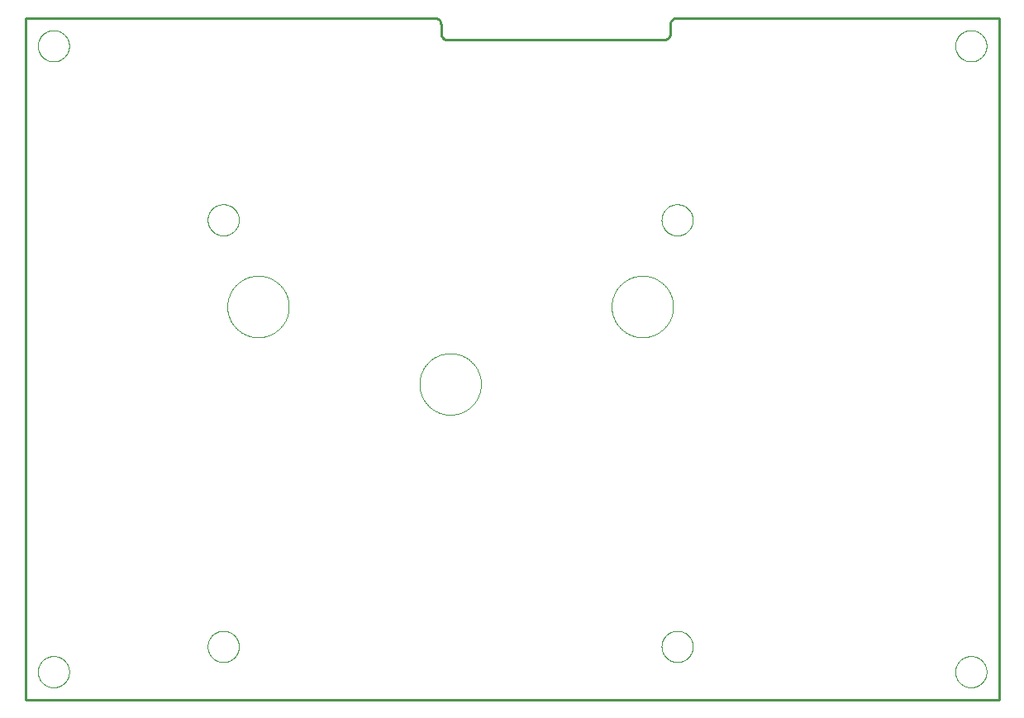
<source format=gko>
G75*
%MOIN*%
%OFA0B0*%
%FSLAX25Y25*%
%IPPOS*%
%LPD*%
%AMOC8*
5,1,8,0,0,1.08239X$1,22.5*
%
%ADD10C,0.01000*%
%ADD11C,0.00000*%
D10*
X0003500Y0004750D02*
X0003500Y0279750D01*
X0168500Y0279750D01*
X0168598Y0279748D01*
X0168696Y0279742D01*
X0168794Y0279733D01*
X0168891Y0279719D01*
X0168988Y0279702D01*
X0169084Y0279681D01*
X0169179Y0279656D01*
X0169273Y0279628D01*
X0169365Y0279595D01*
X0169457Y0279560D01*
X0169547Y0279520D01*
X0169635Y0279478D01*
X0169722Y0279431D01*
X0169806Y0279382D01*
X0169889Y0279329D01*
X0169969Y0279273D01*
X0170048Y0279213D01*
X0170124Y0279151D01*
X0170197Y0279086D01*
X0170268Y0279018D01*
X0170336Y0278947D01*
X0170401Y0278874D01*
X0170463Y0278798D01*
X0170523Y0278719D01*
X0170579Y0278639D01*
X0170632Y0278556D01*
X0170681Y0278472D01*
X0170728Y0278385D01*
X0170770Y0278297D01*
X0170810Y0278207D01*
X0170845Y0278115D01*
X0170878Y0278023D01*
X0170906Y0277929D01*
X0170931Y0277834D01*
X0170952Y0277738D01*
X0170969Y0277641D01*
X0170983Y0277544D01*
X0170992Y0277446D01*
X0170998Y0277348D01*
X0171000Y0277250D01*
X0171000Y0273500D01*
X0171002Y0273402D01*
X0171008Y0273304D01*
X0171017Y0273206D01*
X0171031Y0273109D01*
X0171048Y0273012D01*
X0171069Y0272916D01*
X0171094Y0272821D01*
X0171122Y0272727D01*
X0171155Y0272635D01*
X0171190Y0272543D01*
X0171230Y0272453D01*
X0171272Y0272365D01*
X0171319Y0272278D01*
X0171368Y0272194D01*
X0171421Y0272111D01*
X0171477Y0272031D01*
X0171537Y0271952D01*
X0171599Y0271876D01*
X0171664Y0271803D01*
X0171732Y0271732D01*
X0171803Y0271664D01*
X0171876Y0271599D01*
X0171952Y0271537D01*
X0172031Y0271477D01*
X0172111Y0271421D01*
X0172194Y0271368D01*
X0172278Y0271319D01*
X0172365Y0271272D01*
X0172453Y0271230D01*
X0172543Y0271190D01*
X0172635Y0271155D01*
X0172727Y0271122D01*
X0172821Y0271094D01*
X0172916Y0271069D01*
X0173012Y0271048D01*
X0173109Y0271031D01*
X0173206Y0271017D01*
X0173304Y0271008D01*
X0173402Y0271002D01*
X0173500Y0271000D01*
X0261000Y0271000D01*
X0261098Y0271002D01*
X0261196Y0271008D01*
X0261294Y0271017D01*
X0261391Y0271031D01*
X0261488Y0271048D01*
X0261584Y0271069D01*
X0261679Y0271094D01*
X0261773Y0271122D01*
X0261865Y0271155D01*
X0261957Y0271190D01*
X0262047Y0271230D01*
X0262135Y0271272D01*
X0262222Y0271319D01*
X0262306Y0271368D01*
X0262389Y0271421D01*
X0262469Y0271477D01*
X0262548Y0271537D01*
X0262624Y0271599D01*
X0262697Y0271664D01*
X0262768Y0271732D01*
X0262836Y0271803D01*
X0262901Y0271876D01*
X0262963Y0271952D01*
X0263023Y0272031D01*
X0263079Y0272111D01*
X0263132Y0272194D01*
X0263181Y0272278D01*
X0263228Y0272365D01*
X0263270Y0272453D01*
X0263310Y0272543D01*
X0263345Y0272635D01*
X0263378Y0272727D01*
X0263406Y0272821D01*
X0263431Y0272916D01*
X0263452Y0273012D01*
X0263469Y0273109D01*
X0263483Y0273206D01*
X0263492Y0273304D01*
X0263498Y0273402D01*
X0263500Y0273500D01*
X0263500Y0277250D01*
X0263502Y0277348D01*
X0263508Y0277446D01*
X0263517Y0277544D01*
X0263531Y0277641D01*
X0263548Y0277738D01*
X0263569Y0277834D01*
X0263594Y0277929D01*
X0263622Y0278023D01*
X0263655Y0278115D01*
X0263690Y0278207D01*
X0263730Y0278297D01*
X0263772Y0278385D01*
X0263819Y0278472D01*
X0263868Y0278556D01*
X0263921Y0278639D01*
X0263977Y0278719D01*
X0264037Y0278798D01*
X0264099Y0278874D01*
X0264164Y0278947D01*
X0264232Y0279018D01*
X0264303Y0279086D01*
X0264376Y0279151D01*
X0264452Y0279213D01*
X0264531Y0279273D01*
X0264611Y0279329D01*
X0264694Y0279382D01*
X0264778Y0279431D01*
X0264865Y0279478D01*
X0264953Y0279520D01*
X0265043Y0279560D01*
X0265135Y0279595D01*
X0265227Y0279628D01*
X0265321Y0279656D01*
X0265416Y0279681D01*
X0265512Y0279702D01*
X0265609Y0279719D01*
X0265706Y0279733D01*
X0265804Y0279742D01*
X0265902Y0279748D01*
X0266000Y0279750D01*
X0396000Y0279750D01*
X0396000Y0004750D01*
X0003500Y0004750D01*
D11*
X0008451Y0016000D02*
X0008453Y0016158D01*
X0008459Y0016316D01*
X0008469Y0016474D01*
X0008483Y0016632D01*
X0008501Y0016789D01*
X0008522Y0016946D01*
X0008548Y0017102D01*
X0008578Y0017258D01*
X0008611Y0017413D01*
X0008649Y0017566D01*
X0008690Y0017719D01*
X0008735Y0017871D01*
X0008784Y0018022D01*
X0008837Y0018171D01*
X0008893Y0018319D01*
X0008953Y0018465D01*
X0009017Y0018610D01*
X0009085Y0018753D01*
X0009156Y0018895D01*
X0009230Y0019035D01*
X0009308Y0019172D01*
X0009390Y0019308D01*
X0009474Y0019442D01*
X0009563Y0019573D01*
X0009654Y0019702D01*
X0009749Y0019829D01*
X0009846Y0019954D01*
X0009947Y0020076D01*
X0010051Y0020195D01*
X0010158Y0020312D01*
X0010268Y0020426D01*
X0010381Y0020537D01*
X0010496Y0020646D01*
X0010614Y0020751D01*
X0010735Y0020853D01*
X0010858Y0020953D01*
X0010984Y0021049D01*
X0011112Y0021142D01*
X0011242Y0021232D01*
X0011375Y0021318D01*
X0011510Y0021402D01*
X0011646Y0021481D01*
X0011785Y0021558D01*
X0011926Y0021630D01*
X0012068Y0021700D01*
X0012212Y0021765D01*
X0012358Y0021827D01*
X0012505Y0021885D01*
X0012654Y0021940D01*
X0012804Y0021991D01*
X0012955Y0022038D01*
X0013107Y0022081D01*
X0013260Y0022120D01*
X0013415Y0022156D01*
X0013570Y0022187D01*
X0013726Y0022215D01*
X0013882Y0022239D01*
X0014039Y0022259D01*
X0014197Y0022275D01*
X0014354Y0022287D01*
X0014513Y0022295D01*
X0014671Y0022299D01*
X0014829Y0022299D01*
X0014987Y0022295D01*
X0015146Y0022287D01*
X0015303Y0022275D01*
X0015461Y0022259D01*
X0015618Y0022239D01*
X0015774Y0022215D01*
X0015930Y0022187D01*
X0016085Y0022156D01*
X0016240Y0022120D01*
X0016393Y0022081D01*
X0016545Y0022038D01*
X0016696Y0021991D01*
X0016846Y0021940D01*
X0016995Y0021885D01*
X0017142Y0021827D01*
X0017288Y0021765D01*
X0017432Y0021700D01*
X0017574Y0021630D01*
X0017715Y0021558D01*
X0017854Y0021481D01*
X0017990Y0021402D01*
X0018125Y0021318D01*
X0018258Y0021232D01*
X0018388Y0021142D01*
X0018516Y0021049D01*
X0018642Y0020953D01*
X0018765Y0020853D01*
X0018886Y0020751D01*
X0019004Y0020646D01*
X0019119Y0020537D01*
X0019232Y0020426D01*
X0019342Y0020312D01*
X0019449Y0020195D01*
X0019553Y0020076D01*
X0019654Y0019954D01*
X0019751Y0019829D01*
X0019846Y0019702D01*
X0019937Y0019573D01*
X0020026Y0019442D01*
X0020110Y0019308D01*
X0020192Y0019172D01*
X0020270Y0019035D01*
X0020344Y0018895D01*
X0020415Y0018753D01*
X0020483Y0018610D01*
X0020547Y0018465D01*
X0020607Y0018319D01*
X0020663Y0018171D01*
X0020716Y0018022D01*
X0020765Y0017871D01*
X0020810Y0017719D01*
X0020851Y0017566D01*
X0020889Y0017413D01*
X0020922Y0017258D01*
X0020952Y0017102D01*
X0020978Y0016946D01*
X0020999Y0016789D01*
X0021017Y0016632D01*
X0021031Y0016474D01*
X0021041Y0016316D01*
X0021047Y0016158D01*
X0021049Y0016000D01*
X0021047Y0015842D01*
X0021041Y0015684D01*
X0021031Y0015526D01*
X0021017Y0015368D01*
X0020999Y0015211D01*
X0020978Y0015054D01*
X0020952Y0014898D01*
X0020922Y0014742D01*
X0020889Y0014587D01*
X0020851Y0014434D01*
X0020810Y0014281D01*
X0020765Y0014129D01*
X0020716Y0013978D01*
X0020663Y0013829D01*
X0020607Y0013681D01*
X0020547Y0013535D01*
X0020483Y0013390D01*
X0020415Y0013247D01*
X0020344Y0013105D01*
X0020270Y0012965D01*
X0020192Y0012828D01*
X0020110Y0012692D01*
X0020026Y0012558D01*
X0019937Y0012427D01*
X0019846Y0012298D01*
X0019751Y0012171D01*
X0019654Y0012046D01*
X0019553Y0011924D01*
X0019449Y0011805D01*
X0019342Y0011688D01*
X0019232Y0011574D01*
X0019119Y0011463D01*
X0019004Y0011354D01*
X0018886Y0011249D01*
X0018765Y0011147D01*
X0018642Y0011047D01*
X0018516Y0010951D01*
X0018388Y0010858D01*
X0018258Y0010768D01*
X0018125Y0010682D01*
X0017990Y0010598D01*
X0017854Y0010519D01*
X0017715Y0010442D01*
X0017574Y0010370D01*
X0017432Y0010300D01*
X0017288Y0010235D01*
X0017142Y0010173D01*
X0016995Y0010115D01*
X0016846Y0010060D01*
X0016696Y0010009D01*
X0016545Y0009962D01*
X0016393Y0009919D01*
X0016240Y0009880D01*
X0016085Y0009844D01*
X0015930Y0009813D01*
X0015774Y0009785D01*
X0015618Y0009761D01*
X0015461Y0009741D01*
X0015303Y0009725D01*
X0015146Y0009713D01*
X0014987Y0009705D01*
X0014829Y0009701D01*
X0014671Y0009701D01*
X0014513Y0009705D01*
X0014354Y0009713D01*
X0014197Y0009725D01*
X0014039Y0009741D01*
X0013882Y0009761D01*
X0013726Y0009785D01*
X0013570Y0009813D01*
X0013415Y0009844D01*
X0013260Y0009880D01*
X0013107Y0009919D01*
X0012955Y0009962D01*
X0012804Y0010009D01*
X0012654Y0010060D01*
X0012505Y0010115D01*
X0012358Y0010173D01*
X0012212Y0010235D01*
X0012068Y0010300D01*
X0011926Y0010370D01*
X0011785Y0010442D01*
X0011646Y0010519D01*
X0011510Y0010598D01*
X0011375Y0010682D01*
X0011242Y0010768D01*
X0011112Y0010858D01*
X0010984Y0010951D01*
X0010858Y0011047D01*
X0010735Y0011147D01*
X0010614Y0011249D01*
X0010496Y0011354D01*
X0010381Y0011463D01*
X0010268Y0011574D01*
X0010158Y0011688D01*
X0010051Y0011805D01*
X0009947Y0011924D01*
X0009846Y0012046D01*
X0009749Y0012171D01*
X0009654Y0012298D01*
X0009563Y0012427D01*
X0009474Y0012558D01*
X0009390Y0012692D01*
X0009308Y0012828D01*
X0009230Y0012965D01*
X0009156Y0013105D01*
X0009085Y0013247D01*
X0009017Y0013390D01*
X0008953Y0013535D01*
X0008893Y0013681D01*
X0008837Y0013829D01*
X0008784Y0013978D01*
X0008735Y0014129D01*
X0008690Y0014281D01*
X0008649Y0014434D01*
X0008611Y0014587D01*
X0008578Y0014742D01*
X0008548Y0014898D01*
X0008522Y0015054D01*
X0008501Y0015211D01*
X0008483Y0015368D01*
X0008469Y0015526D01*
X0008459Y0015684D01*
X0008453Y0015842D01*
X0008451Y0016000D01*
X0076916Y0026207D02*
X0076918Y0026365D01*
X0076924Y0026523D01*
X0076934Y0026681D01*
X0076948Y0026839D01*
X0076966Y0026996D01*
X0076987Y0027153D01*
X0077013Y0027309D01*
X0077043Y0027465D01*
X0077076Y0027620D01*
X0077114Y0027773D01*
X0077155Y0027926D01*
X0077200Y0028078D01*
X0077249Y0028229D01*
X0077302Y0028378D01*
X0077358Y0028526D01*
X0077418Y0028672D01*
X0077482Y0028817D01*
X0077550Y0028960D01*
X0077621Y0029102D01*
X0077695Y0029242D01*
X0077773Y0029379D01*
X0077855Y0029515D01*
X0077939Y0029649D01*
X0078028Y0029780D01*
X0078119Y0029909D01*
X0078214Y0030036D01*
X0078311Y0030161D01*
X0078412Y0030283D01*
X0078516Y0030402D01*
X0078623Y0030519D01*
X0078733Y0030633D01*
X0078846Y0030744D01*
X0078961Y0030853D01*
X0079079Y0030958D01*
X0079200Y0031060D01*
X0079323Y0031160D01*
X0079449Y0031256D01*
X0079577Y0031349D01*
X0079707Y0031439D01*
X0079840Y0031525D01*
X0079975Y0031609D01*
X0080111Y0031688D01*
X0080250Y0031765D01*
X0080391Y0031837D01*
X0080533Y0031907D01*
X0080677Y0031972D01*
X0080823Y0032034D01*
X0080970Y0032092D01*
X0081119Y0032147D01*
X0081269Y0032198D01*
X0081420Y0032245D01*
X0081572Y0032288D01*
X0081725Y0032327D01*
X0081880Y0032363D01*
X0082035Y0032394D01*
X0082191Y0032422D01*
X0082347Y0032446D01*
X0082504Y0032466D01*
X0082662Y0032482D01*
X0082819Y0032494D01*
X0082978Y0032502D01*
X0083136Y0032506D01*
X0083294Y0032506D01*
X0083452Y0032502D01*
X0083611Y0032494D01*
X0083768Y0032482D01*
X0083926Y0032466D01*
X0084083Y0032446D01*
X0084239Y0032422D01*
X0084395Y0032394D01*
X0084550Y0032363D01*
X0084705Y0032327D01*
X0084858Y0032288D01*
X0085010Y0032245D01*
X0085161Y0032198D01*
X0085311Y0032147D01*
X0085460Y0032092D01*
X0085607Y0032034D01*
X0085753Y0031972D01*
X0085897Y0031907D01*
X0086039Y0031837D01*
X0086180Y0031765D01*
X0086319Y0031688D01*
X0086455Y0031609D01*
X0086590Y0031525D01*
X0086723Y0031439D01*
X0086853Y0031349D01*
X0086981Y0031256D01*
X0087107Y0031160D01*
X0087230Y0031060D01*
X0087351Y0030958D01*
X0087469Y0030853D01*
X0087584Y0030744D01*
X0087697Y0030633D01*
X0087807Y0030519D01*
X0087914Y0030402D01*
X0088018Y0030283D01*
X0088119Y0030161D01*
X0088216Y0030036D01*
X0088311Y0029909D01*
X0088402Y0029780D01*
X0088491Y0029649D01*
X0088575Y0029515D01*
X0088657Y0029379D01*
X0088735Y0029242D01*
X0088809Y0029102D01*
X0088880Y0028960D01*
X0088948Y0028817D01*
X0089012Y0028672D01*
X0089072Y0028526D01*
X0089128Y0028378D01*
X0089181Y0028229D01*
X0089230Y0028078D01*
X0089275Y0027926D01*
X0089316Y0027773D01*
X0089354Y0027620D01*
X0089387Y0027465D01*
X0089417Y0027309D01*
X0089443Y0027153D01*
X0089464Y0026996D01*
X0089482Y0026839D01*
X0089496Y0026681D01*
X0089506Y0026523D01*
X0089512Y0026365D01*
X0089514Y0026207D01*
X0089512Y0026049D01*
X0089506Y0025891D01*
X0089496Y0025733D01*
X0089482Y0025575D01*
X0089464Y0025418D01*
X0089443Y0025261D01*
X0089417Y0025105D01*
X0089387Y0024949D01*
X0089354Y0024794D01*
X0089316Y0024641D01*
X0089275Y0024488D01*
X0089230Y0024336D01*
X0089181Y0024185D01*
X0089128Y0024036D01*
X0089072Y0023888D01*
X0089012Y0023742D01*
X0088948Y0023597D01*
X0088880Y0023454D01*
X0088809Y0023312D01*
X0088735Y0023172D01*
X0088657Y0023035D01*
X0088575Y0022899D01*
X0088491Y0022765D01*
X0088402Y0022634D01*
X0088311Y0022505D01*
X0088216Y0022378D01*
X0088119Y0022253D01*
X0088018Y0022131D01*
X0087914Y0022012D01*
X0087807Y0021895D01*
X0087697Y0021781D01*
X0087584Y0021670D01*
X0087469Y0021561D01*
X0087351Y0021456D01*
X0087230Y0021354D01*
X0087107Y0021254D01*
X0086981Y0021158D01*
X0086853Y0021065D01*
X0086723Y0020975D01*
X0086590Y0020889D01*
X0086455Y0020805D01*
X0086319Y0020726D01*
X0086180Y0020649D01*
X0086039Y0020577D01*
X0085897Y0020507D01*
X0085753Y0020442D01*
X0085607Y0020380D01*
X0085460Y0020322D01*
X0085311Y0020267D01*
X0085161Y0020216D01*
X0085010Y0020169D01*
X0084858Y0020126D01*
X0084705Y0020087D01*
X0084550Y0020051D01*
X0084395Y0020020D01*
X0084239Y0019992D01*
X0084083Y0019968D01*
X0083926Y0019948D01*
X0083768Y0019932D01*
X0083611Y0019920D01*
X0083452Y0019912D01*
X0083294Y0019908D01*
X0083136Y0019908D01*
X0082978Y0019912D01*
X0082819Y0019920D01*
X0082662Y0019932D01*
X0082504Y0019948D01*
X0082347Y0019968D01*
X0082191Y0019992D01*
X0082035Y0020020D01*
X0081880Y0020051D01*
X0081725Y0020087D01*
X0081572Y0020126D01*
X0081420Y0020169D01*
X0081269Y0020216D01*
X0081119Y0020267D01*
X0080970Y0020322D01*
X0080823Y0020380D01*
X0080677Y0020442D01*
X0080533Y0020507D01*
X0080391Y0020577D01*
X0080250Y0020649D01*
X0080111Y0020726D01*
X0079975Y0020805D01*
X0079840Y0020889D01*
X0079707Y0020975D01*
X0079577Y0021065D01*
X0079449Y0021158D01*
X0079323Y0021254D01*
X0079200Y0021354D01*
X0079079Y0021456D01*
X0078961Y0021561D01*
X0078846Y0021670D01*
X0078733Y0021781D01*
X0078623Y0021895D01*
X0078516Y0022012D01*
X0078412Y0022131D01*
X0078311Y0022253D01*
X0078214Y0022378D01*
X0078119Y0022505D01*
X0078028Y0022634D01*
X0077939Y0022765D01*
X0077855Y0022899D01*
X0077773Y0023035D01*
X0077695Y0023172D01*
X0077621Y0023312D01*
X0077550Y0023454D01*
X0077482Y0023597D01*
X0077418Y0023742D01*
X0077358Y0023888D01*
X0077302Y0024036D01*
X0077249Y0024185D01*
X0077200Y0024336D01*
X0077155Y0024488D01*
X0077114Y0024641D01*
X0077076Y0024794D01*
X0077043Y0024949D01*
X0077013Y0025105D01*
X0076987Y0025261D01*
X0076966Y0025418D01*
X0076948Y0025575D01*
X0076934Y0025733D01*
X0076924Y0025891D01*
X0076918Y0026049D01*
X0076916Y0026207D01*
X0162348Y0132073D02*
X0162352Y0132377D01*
X0162363Y0132682D01*
X0162382Y0132985D01*
X0162408Y0133289D01*
X0162441Y0133591D01*
X0162482Y0133893D01*
X0162531Y0134193D01*
X0162586Y0134493D01*
X0162649Y0134790D01*
X0162720Y0135086D01*
X0162797Y0135381D01*
X0162882Y0135673D01*
X0162974Y0135963D01*
X0163073Y0136251D01*
X0163179Y0136536D01*
X0163292Y0136819D01*
X0163412Y0137099D01*
X0163539Y0137376D01*
X0163672Y0137649D01*
X0163812Y0137919D01*
X0163959Y0138186D01*
X0164112Y0138449D01*
X0164272Y0138708D01*
X0164438Y0138963D01*
X0164610Y0139214D01*
X0164789Y0139461D01*
X0164973Y0139703D01*
X0165163Y0139941D01*
X0165359Y0140174D01*
X0165561Y0140402D01*
X0165768Y0140625D01*
X0165980Y0140843D01*
X0166198Y0141055D01*
X0166421Y0141262D01*
X0166649Y0141464D01*
X0166882Y0141660D01*
X0167120Y0141850D01*
X0167362Y0142034D01*
X0167609Y0142213D01*
X0167860Y0142385D01*
X0168115Y0142551D01*
X0168374Y0142711D01*
X0168637Y0142864D01*
X0168904Y0143011D01*
X0169174Y0143151D01*
X0169447Y0143284D01*
X0169724Y0143411D01*
X0170004Y0143531D01*
X0170287Y0143644D01*
X0170572Y0143750D01*
X0170860Y0143849D01*
X0171150Y0143941D01*
X0171442Y0144026D01*
X0171737Y0144103D01*
X0172033Y0144174D01*
X0172330Y0144237D01*
X0172630Y0144292D01*
X0172930Y0144341D01*
X0173232Y0144382D01*
X0173534Y0144415D01*
X0173838Y0144441D01*
X0174141Y0144460D01*
X0174446Y0144471D01*
X0174750Y0144475D01*
X0175054Y0144471D01*
X0175359Y0144460D01*
X0175662Y0144441D01*
X0175966Y0144415D01*
X0176268Y0144382D01*
X0176570Y0144341D01*
X0176870Y0144292D01*
X0177170Y0144237D01*
X0177467Y0144174D01*
X0177763Y0144103D01*
X0178058Y0144026D01*
X0178350Y0143941D01*
X0178640Y0143849D01*
X0178928Y0143750D01*
X0179213Y0143644D01*
X0179496Y0143531D01*
X0179776Y0143411D01*
X0180053Y0143284D01*
X0180326Y0143151D01*
X0180596Y0143011D01*
X0180863Y0142864D01*
X0181126Y0142711D01*
X0181385Y0142551D01*
X0181640Y0142385D01*
X0181891Y0142213D01*
X0182138Y0142034D01*
X0182380Y0141850D01*
X0182618Y0141660D01*
X0182851Y0141464D01*
X0183079Y0141262D01*
X0183302Y0141055D01*
X0183520Y0140843D01*
X0183732Y0140625D01*
X0183939Y0140402D01*
X0184141Y0140174D01*
X0184337Y0139941D01*
X0184527Y0139703D01*
X0184711Y0139461D01*
X0184890Y0139214D01*
X0185062Y0138963D01*
X0185228Y0138708D01*
X0185388Y0138449D01*
X0185541Y0138186D01*
X0185688Y0137919D01*
X0185828Y0137649D01*
X0185961Y0137376D01*
X0186088Y0137099D01*
X0186208Y0136819D01*
X0186321Y0136536D01*
X0186427Y0136251D01*
X0186526Y0135963D01*
X0186618Y0135673D01*
X0186703Y0135381D01*
X0186780Y0135086D01*
X0186851Y0134790D01*
X0186914Y0134493D01*
X0186969Y0134193D01*
X0187018Y0133893D01*
X0187059Y0133591D01*
X0187092Y0133289D01*
X0187118Y0132985D01*
X0187137Y0132682D01*
X0187148Y0132377D01*
X0187152Y0132073D01*
X0187148Y0131769D01*
X0187137Y0131464D01*
X0187118Y0131161D01*
X0187092Y0130857D01*
X0187059Y0130555D01*
X0187018Y0130253D01*
X0186969Y0129953D01*
X0186914Y0129653D01*
X0186851Y0129356D01*
X0186780Y0129060D01*
X0186703Y0128765D01*
X0186618Y0128473D01*
X0186526Y0128183D01*
X0186427Y0127895D01*
X0186321Y0127610D01*
X0186208Y0127327D01*
X0186088Y0127047D01*
X0185961Y0126770D01*
X0185828Y0126497D01*
X0185688Y0126227D01*
X0185541Y0125960D01*
X0185388Y0125697D01*
X0185228Y0125438D01*
X0185062Y0125183D01*
X0184890Y0124932D01*
X0184711Y0124685D01*
X0184527Y0124443D01*
X0184337Y0124205D01*
X0184141Y0123972D01*
X0183939Y0123744D01*
X0183732Y0123521D01*
X0183520Y0123303D01*
X0183302Y0123091D01*
X0183079Y0122884D01*
X0182851Y0122682D01*
X0182618Y0122486D01*
X0182380Y0122296D01*
X0182138Y0122112D01*
X0181891Y0121933D01*
X0181640Y0121761D01*
X0181385Y0121595D01*
X0181126Y0121435D01*
X0180863Y0121282D01*
X0180596Y0121135D01*
X0180326Y0120995D01*
X0180053Y0120862D01*
X0179776Y0120735D01*
X0179496Y0120615D01*
X0179213Y0120502D01*
X0178928Y0120396D01*
X0178640Y0120297D01*
X0178350Y0120205D01*
X0178058Y0120120D01*
X0177763Y0120043D01*
X0177467Y0119972D01*
X0177170Y0119909D01*
X0176870Y0119854D01*
X0176570Y0119805D01*
X0176268Y0119764D01*
X0175966Y0119731D01*
X0175662Y0119705D01*
X0175359Y0119686D01*
X0175054Y0119675D01*
X0174750Y0119671D01*
X0174446Y0119675D01*
X0174141Y0119686D01*
X0173838Y0119705D01*
X0173534Y0119731D01*
X0173232Y0119764D01*
X0172930Y0119805D01*
X0172630Y0119854D01*
X0172330Y0119909D01*
X0172033Y0119972D01*
X0171737Y0120043D01*
X0171442Y0120120D01*
X0171150Y0120205D01*
X0170860Y0120297D01*
X0170572Y0120396D01*
X0170287Y0120502D01*
X0170004Y0120615D01*
X0169724Y0120735D01*
X0169447Y0120862D01*
X0169174Y0120995D01*
X0168904Y0121135D01*
X0168637Y0121282D01*
X0168374Y0121435D01*
X0168115Y0121595D01*
X0167860Y0121761D01*
X0167609Y0121933D01*
X0167362Y0122112D01*
X0167120Y0122296D01*
X0166882Y0122486D01*
X0166649Y0122682D01*
X0166421Y0122884D01*
X0166198Y0123091D01*
X0165980Y0123303D01*
X0165768Y0123521D01*
X0165561Y0123744D01*
X0165359Y0123972D01*
X0165163Y0124205D01*
X0164973Y0124443D01*
X0164789Y0124685D01*
X0164610Y0124932D01*
X0164438Y0125183D01*
X0164272Y0125438D01*
X0164112Y0125697D01*
X0163959Y0125960D01*
X0163812Y0126227D01*
X0163672Y0126497D01*
X0163539Y0126770D01*
X0163412Y0127047D01*
X0163292Y0127327D01*
X0163179Y0127610D01*
X0163073Y0127895D01*
X0162974Y0128183D01*
X0162882Y0128473D01*
X0162797Y0128765D01*
X0162720Y0129060D01*
X0162649Y0129356D01*
X0162586Y0129653D01*
X0162531Y0129953D01*
X0162482Y0130253D01*
X0162441Y0130555D01*
X0162408Y0130857D01*
X0162382Y0131161D01*
X0162363Y0131464D01*
X0162352Y0131769D01*
X0162348Y0132073D01*
X0084848Y0163323D02*
X0084852Y0163627D01*
X0084863Y0163932D01*
X0084882Y0164235D01*
X0084908Y0164539D01*
X0084941Y0164841D01*
X0084982Y0165143D01*
X0085031Y0165443D01*
X0085086Y0165743D01*
X0085149Y0166040D01*
X0085220Y0166336D01*
X0085297Y0166631D01*
X0085382Y0166923D01*
X0085474Y0167213D01*
X0085573Y0167501D01*
X0085679Y0167786D01*
X0085792Y0168069D01*
X0085912Y0168349D01*
X0086039Y0168626D01*
X0086172Y0168899D01*
X0086312Y0169169D01*
X0086459Y0169436D01*
X0086612Y0169699D01*
X0086772Y0169958D01*
X0086938Y0170213D01*
X0087110Y0170464D01*
X0087289Y0170711D01*
X0087473Y0170953D01*
X0087663Y0171191D01*
X0087859Y0171424D01*
X0088061Y0171652D01*
X0088268Y0171875D01*
X0088480Y0172093D01*
X0088698Y0172305D01*
X0088921Y0172512D01*
X0089149Y0172714D01*
X0089382Y0172910D01*
X0089620Y0173100D01*
X0089862Y0173284D01*
X0090109Y0173463D01*
X0090360Y0173635D01*
X0090615Y0173801D01*
X0090874Y0173961D01*
X0091137Y0174114D01*
X0091404Y0174261D01*
X0091674Y0174401D01*
X0091947Y0174534D01*
X0092224Y0174661D01*
X0092504Y0174781D01*
X0092787Y0174894D01*
X0093072Y0175000D01*
X0093360Y0175099D01*
X0093650Y0175191D01*
X0093942Y0175276D01*
X0094237Y0175353D01*
X0094533Y0175424D01*
X0094830Y0175487D01*
X0095130Y0175542D01*
X0095430Y0175591D01*
X0095732Y0175632D01*
X0096034Y0175665D01*
X0096338Y0175691D01*
X0096641Y0175710D01*
X0096946Y0175721D01*
X0097250Y0175725D01*
X0097554Y0175721D01*
X0097859Y0175710D01*
X0098162Y0175691D01*
X0098466Y0175665D01*
X0098768Y0175632D01*
X0099070Y0175591D01*
X0099370Y0175542D01*
X0099670Y0175487D01*
X0099967Y0175424D01*
X0100263Y0175353D01*
X0100558Y0175276D01*
X0100850Y0175191D01*
X0101140Y0175099D01*
X0101428Y0175000D01*
X0101713Y0174894D01*
X0101996Y0174781D01*
X0102276Y0174661D01*
X0102553Y0174534D01*
X0102826Y0174401D01*
X0103096Y0174261D01*
X0103363Y0174114D01*
X0103626Y0173961D01*
X0103885Y0173801D01*
X0104140Y0173635D01*
X0104391Y0173463D01*
X0104638Y0173284D01*
X0104880Y0173100D01*
X0105118Y0172910D01*
X0105351Y0172714D01*
X0105579Y0172512D01*
X0105802Y0172305D01*
X0106020Y0172093D01*
X0106232Y0171875D01*
X0106439Y0171652D01*
X0106641Y0171424D01*
X0106837Y0171191D01*
X0107027Y0170953D01*
X0107211Y0170711D01*
X0107390Y0170464D01*
X0107562Y0170213D01*
X0107728Y0169958D01*
X0107888Y0169699D01*
X0108041Y0169436D01*
X0108188Y0169169D01*
X0108328Y0168899D01*
X0108461Y0168626D01*
X0108588Y0168349D01*
X0108708Y0168069D01*
X0108821Y0167786D01*
X0108927Y0167501D01*
X0109026Y0167213D01*
X0109118Y0166923D01*
X0109203Y0166631D01*
X0109280Y0166336D01*
X0109351Y0166040D01*
X0109414Y0165743D01*
X0109469Y0165443D01*
X0109518Y0165143D01*
X0109559Y0164841D01*
X0109592Y0164539D01*
X0109618Y0164235D01*
X0109637Y0163932D01*
X0109648Y0163627D01*
X0109652Y0163323D01*
X0109648Y0163019D01*
X0109637Y0162714D01*
X0109618Y0162411D01*
X0109592Y0162107D01*
X0109559Y0161805D01*
X0109518Y0161503D01*
X0109469Y0161203D01*
X0109414Y0160903D01*
X0109351Y0160606D01*
X0109280Y0160310D01*
X0109203Y0160015D01*
X0109118Y0159723D01*
X0109026Y0159433D01*
X0108927Y0159145D01*
X0108821Y0158860D01*
X0108708Y0158577D01*
X0108588Y0158297D01*
X0108461Y0158020D01*
X0108328Y0157747D01*
X0108188Y0157477D01*
X0108041Y0157210D01*
X0107888Y0156947D01*
X0107728Y0156688D01*
X0107562Y0156433D01*
X0107390Y0156182D01*
X0107211Y0155935D01*
X0107027Y0155693D01*
X0106837Y0155455D01*
X0106641Y0155222D01*
X0106439Y0154994D01*
X0106232Y0154771D01*
X0106020Y0154553D01*
X0105802Y0154341D01*
X0105579Y0154134D01*
X0105351Y0153932D01*
X0105118Y0153736D01*
X0104880Y0153546D01*
X0104638Y0153362D01*
X0104391Y0153183D01*
X0104140Y0153011D01*
X0103885Y0152845D01*
X0103626Y0152685D01*
X0103363Y0152532D01*
X0103096Y0152385D01*
X0102826Y0152245D01*
X0102553Y0152112D01*
X0102276Y0151985D01*
X0101996Y0151865D01*
X0101713Y0151752D01*
X0101428Y0151646D01*
X0101140Y0151547D01*
X0100850Y0151455D01*
X0100558Y0151370D01*
X0100263Y0151293D01*
X0099967Y0151222D01*
X0099670Y0151159D01*
X0099370Y0151104D01*
X0099070Y0151055D01*
X0098768Y0151014D01*
X0098466Y0150981D01*
X0098162Y0150955D01*
X0097859Y0150936D01*
X0097554Y0150925D01*
X0097250Y0150921D01*
X0096946Y0150925D01*
X0096641Y0150936D01*
X0096338Y0150955D01*
X0096034Y0150981D01*
X0095732Y0151014D01*
X0095430Y0151055D01*
X0095130Y0151104D01*
X0094830Y0151159D01*
X0094533Y0151222D01*
X0094237Y0151293D01*
X0093942Y0151370D01*
X0093650Y0151455D01*
X0093360Y0151547D01*
X0093072Y0151646D01*
X0092787Y0151752D01*
X0092504Y0151865D01*
X0092224Y0151985D01*
X0091947Y0152112D01*
X0091674Y0152245D01*
X0091404Y0152385D01*
X0091137Y0152532D01*
X0090874Y0152685D01*
X0090615Y0152845D01*
X0090360Y0153011D01*
X0090109Y0153183D01*
X0089862Y0153362D01*
X0089620Y0153546D01*
X0089382Y0153736D01*
X0089149Y0153932D01*
X0088921Y0154134D01*
X0088698Y0154341D01*
X0088480Y0154553D01*
X0088268Y0154771D01*
X0088061Y0154994D01*
X0087859Y0155222D01*
X0087663Y0155455D01*
X0087473Y0155693D01*
X0087289Y0155935D01*
X0087110Y0156182D01*
X0086938Y0156433D01*
X0086772Y0156688D01*
X0086612Y0156947D01*
X0086459Y0157210D01*
X0086312Y0157477D01*
X0086172Y0157747D01*
X0086039Y0158020D01*
X0085912Y0158297D01*
X0085792Y0158577D01*
X0085679Y0158860D01*
X0085573Y0159145D01*
X0085474Y0159433D01*
X0085382Y0159723D01*
X0085297Y0160015D01*
X0085220Y0160310D01*
X0085149Y0160606D01*
X0085086Y0160903D01*
X0085031Y0161203D01*
X0084982Y0161503D01*
X0084941Y0161805D01*
X0084908Y0162107D01*
X0084882Y0162411D01*
X0084863Y0162714D01*
X0084852Y0163019D01*
X0084848Y0163323D01*
X0076916Y0198293D02*
X0076918Y0198451D01*
X0076924Y0198609D01*
X0076934Y0198767D01*
X0076948Y0198925D01*
X0076966Y0199082D01*
X0076987Y0199239D01*
X0077013Y0199395D01*
X0077043Y0199551D01*
X0077076Y0199706D01*
X0077114Y0199859D01*
X0077155Y0200012D01*
X0077200Y0200164D01*
X0077249Y0200315D01*
X0077302Y0200464D01*
X0077358Y0200612D01*
X0077418Y0200758D01*
X0077482Y0200903D01*
X0077550Y0201046D01*
X0077621Y0201188D01*
X0077695Y0201328D01*
X0077773Y0201465D01*
X0077855Y0201601D01*
X0077939Y0201735D01*
X0078028Y0201866D01*
X0078119Y0201995D01*
X0078214Y0202122D01*
X0078311Y0202247D01*
X0078412Y0202369D01*
X0078516Y0202488D01*
X0078623Y0202605D01*
X0078733Y0202719D01*
X0078846Y0202830D01*
X0078961Y0202939D01*
X0079079Y0203044D01*
X0079200Y0203146D01*
X0079323Y0203246D01*
X0079449Y0203342D01*
X0079577Y0203435D01*
X0079707Y0203525D01*
X0079840Y0203611D01*
X0079975Y0203695D01*
X0080111Y0203774D01*
X0080250Y0203851D01*
X0080391Y0203923D01*
X0080533Y0203993D01*
X0080677Y0204058D01*
X0080823Y0204120D01*
X0080970Y0204178D01*
X0081119Y0204233D01*
X0081269Y0204284D01*
X0081420Y0204331D01*
X0081572Y0204374D01*
X0081725Y0204413D01*
X0081880Y0204449D01*
X0082035Y0204480D01*
X0082191Y0204508D01*
X0082347Y0204532D01*
X0082504Y0204552D01*
X0082662Y0204568D01*
X0082819Y0204580D01*
X0082978Y0204588D01*
X0083136Y0204592D01*
X0083294Y0204592D01*
X0083452Y0204588D01*
X0083611Y0204580D01*
X0083768Y0204568D01*
X0083926Y0204552D01*
X0084083Y0204532D01*
X0084239Y0204508D01*
X0084395Y0204480D01*
X0084550Y0204449D01*
X0084705Y0204413D01*
X0084858Y0204374D01*
X0085010Y0204331D01*
X0085161Y0204284D01*
X0085311Y0204233D01*
X0085460Y0204178D01*
X0085607Y0204120D01*
X0085753Y0204058D01*
X0085897Y0203993D01*
X0086039Y0203923D01*
X0086180Y0203851D01*
X0086319Y0203774D01*
X0086455Y0203695D01*
X0086590Y0203611D01*
X0086723Y0203525D01*
X0086853Y0203435D01*
X0086981Y0203342D01*
X0087107Y0203246D01*
X0087230Y0203146D01*
X0087351Y0203044D01*
X0087469Y0202939D01*
X0087584Y0202830D01*
X0087697Y0202719D01*
X0087807Y0202605D01*
X0087914Y0202488D01*
X0088018Y0202369D01*
X0088119Y0202247D01*
X0088216Y0202122D01*
X0088311Y0201995D01*
X0088402Y0201866D01*
X0088491Y0201735D01*
X0088575Y0201601D01*
X0088657Y0201465D01*
X0088735Y0201328D01*
X0088809Y0201188D01*
X0088880Y0201046D01*
X0088948Y0200903D01*
X0089012Y0200758D01*
X0089072Y0200612D01*
X0089128Y0200464D01*
X0089181Y0200315D01*
X0089230Y0200164D01*
X0089275Y0200012D01*
X0089316Y0199859D01*
X0089354Y0199706D01*
X0089387Y0199551D01*
X0089417Y0199395D01*
X0089443Y0199239D01*
X0089464Y0199082D01*
X0089482Y0198925D01*
X0089496Y0198767D01*
X0089506Y0198609D01*
X0089512Y0198451D01*
X0089514Y0198293D01*
X0089512Y0198135D01*
X0089506Y0197977D01*
X0089496Y0197819D01*
X0089482Y0197661D01*
X0089464Y0197504D01*
X0089443Y0197347D01*
X0089417Y0197191D01*
X0089387Y0197035D01*
X0089354Y0196880D01*
X0089316Y0196727D01*
X0089275Y0196574D01*
X0089230Y0196422D01*
X0089181Y0196271D01*
X0089128Y0196122D01*
X0089072Y0195974D01*
X0089012Y0195828D01*
X0088948Y0195683D01*
X0088880Y0195540D01*
X0088809Y0195398D01*
X0088735Y0195258D01*
X0088657Y0195121D01*
X0088575Y0194985D01*
X0088491Y0194851D01*
X0088402Y0194720D01*
X0088311Y0194591D01*
X0088216Y0194464D01*
X0088119Y0194339D01*
X0088018Y0194217D01*
X0087914Y0194098D01*
X0087807Y0193981D01*
X0087697Y0193867D01*
X0087584Y0193756D01*
X0087469Y0193647D01*
X0087351Y0193542D01*
X0087230Y0193440D01*
X0087107Y0193340D01*
X0086981Y0193244D01*
X0086853Y0193151D01*
X0086723Y0193061D01*
X0086590Y0192975D01*
X0086455Y0192891D01*
X0086319Y0192812D01*
X0086180Y0192735D01*
X0086039Y0192663D01*
X0085897Y0192593D01*
X0085753Y0192528D01*
X0085607Y0192466D01*
X0085460Y0192408D01*
X0085311Y0192353D01*
X0085161Y0192302D01*
X0085010Y0192255D01*
X0084858Y0192212D01*
X0084705Y0192173D01*
X0084550Y0192137D01*
X0084395Y0192106D01*
X0084239Y0192078D01*
X0084083Y0192054D01*
X0083926Y0192034D01*
X0083768Y0192018D01*
X0083611Y0192006D01*
X0083452Y0191998D01*
X0083294Y0191994D01*
X0083136Y0191994D01*
X0082978Y0191998D01*
X0082819Y0192006D01*
X0082662Y0192018D01*
X0082504Y0192034D01*
X0082347Y0192054D01*
X0082191Y0192078D01*
X0082035Y0192106D01*
X0081880Y0192137D01*
X0081725Y0192173D01*
X0081572Y0192212D01*
X0081420Y0192255D01*
X0081269Y0192302D01*
X0081119Y0192353D01*
X0080970Y0192408D01*
X0080823Y0192466D01*
X0080677Y0192528D01*
X0080533Y0192593D01*
X0080391Y0192663D01*
X0080250Y0192735D01*
X0080111Y0192812D01*
X0079975Y0192891D01*
X0079840Y0192975D01*
X0079707Y0193061D01*
X0079577Y0193151D01*
X0079449Y0193244D01*
X0079323Y0193340D01*
X0079200Y0193440D01*
X0079079Y0193542D01*
X0078961Y0193647D01*
X0078846Y0193756D01*
X0078733Y0193867D01*
X0078623Y0193981D01*
X0078516Y0194098D01*
X0078412Y0194217D01*
X0078311Y0194339D01*
X0078214Y0194464D01*
X0078119Y0194591D01*
X0078028Y0194720D01*
X0077939Y0194851D01*
X0077855Y0194985D01*
X0077773Y0195121D01*
X0077695Y0195258D01*
X0077621Y0195398D01*
X0077550Y0195540D01*
X0077482Y0195683D01*
X0077418Y0195828D01*
X0077358Y0195974D01*
X0077302Y0196122D01*
X0077249Y0196271D01*
X0077200Y0196422D01*
X0077155Y0196574D01*
X0077114Y0196727D01*
X0077076Y0196880D01*
X0077043Y0197035D01*
X0077013Y0197191D01*
X0076987Y0197347D01*
X0076966Y0197504D01*
X0076948Y0197661D01*
X0076934Y0197819D01*
X0076924Y0197977D01*
X0076918Y0198135D01*
X0076916Y0198293D01*
X0008451Y0268500D02*
X0008453Y0268658D01*
X0008459Y0268816D01*
X0008469Y0268974D01*
X0008483Y0269132D01*
X0008501Y0269289D01*
X0008522Y0269446D01*
X0008548Y0269602D01*
X0008578Y0269758D01*
X0008611Y0269913D01*
X0008649Y0270066D01*
X0008690Y0270219D01*
X0008735Y0270371D01*
X0008784Y0270522D01*
X0008837Y0270671D01*
X0008893Y0270819D01*
X0008953Y0270965D01*
X0009017Y0271110D01*
X0009085Y0271253D01*
X0009156Y0271395D01*
X0009230Y0271535D01*
X0009308Y0271672D01*
X0009390Y0271808D01*
X0009474Y0271942D01*
X0009563Y0272073D01*
X0009654Y0272202D01*
X0009749Y0272329D01*
X0009846Y0272454D01*
X0009947Y0272576D01*
X0010051Y0272695D01*
X0010158Y0272812D01*
X0010268Y0272926D01*
X0010381Y0273037D01*
X0010496Y0273146D01*
X0010614Y0273251D01*
X0010735Y0273353D01*
X0010858Y0273453D01*
X0010984Y0273549D01*
X0011112Y0273642D01*
X0011242Y0273732D01*
X0011375Y0273818D01*
X0011510Y0273902D01*
X0011646Y0273981D01*
X0011785Y0274058D01*
X0011926Y0274130D01*
X0012068Y0274200D01*
X0012212Y0274265D01*
X0012358Y0274327D01*
X0012505Y0274385D01*
X0012654Y0274440D01*
X0012804Y0274491D01*
X0012955Y0274538D01*
X0013107Y0274581D01*
X0013260Y0274620D01*
X0013415Y0274656D01*
X0013570Y0274687D01*
X0013726Y0274715D01*
X0013882Y0274739D01*
X0014039Y0274759D01*
X0014197Y0274775D01*
X0014354Y0274787D01*
X0014513Y0274795D01*
X0014671Y0274799D01*
X0014829Y0274799D01*
X0014987Y0274795D01*
X0015146Y0274787D01*
X0015303Y0274775D01*
X0015461Y0274759D01*
X0015618Y0274739D01*
X0015774Y0274715D01*
X0015930Y0274687D01*
X0016085Y0274656D01*
X0016240Y0274620D01*
X0016393Y0274581D01*
X0016545Y0274538D01*
X0016696Y0274491D01*
X0016846Y0274440D01*
X0016995Y0274385D01*
X0017142Y0274327D01*
X0017288Y0274265D01*
X0017432Y0274200D01*
X0017574Y0274130D01*
X0017715Y0274058D01*
X0017854Y0273981D01*
X0017990Y0273902D01*
X0018125Y0273818D01*
X0018258Y0273732D01*
X0018388Y0273642D01*
X0018516Y0273549D01*
X0018642Y0273453D01*
X0018765Y0273353D01*
X0018886Y0273251D01*
X0019004Y0273146D01*
X0019119Y0273037D01*
X0019232Y0272926D01*
X0019342Y0272812D01*
X0019449Y0272695D01*
X0019553Y0272576D01*
X0019654Y0272454D01*
X0019751Y0272329D01*
X0019846Y0272202D01*
X0019937Y0272073D01*
X0020026Y0271942D01*
X0020110Y0271808D01*
X0020192Y0271672D01*
X0020270Y0271535D01*
X0020344Y0271395D01*
X0020415Y0271253D01*
X0020483Y0271110D01*
X0020547Y0270965D01*
X0020607Y0270819D01*
X0020663Y0270671D01*
X0020716Y0270522D01*
X0020765Y0270371D01*
X0020810Y0270219D01*
X0020851Y0270066D01*
X0020889Y0269913D01*
X0020922Y0269758D01*
X0020952Y0269602D01*
X0020978Y0269446D01*
X0020999Y0269289D01*
X0021017Y0269132D01*
X0021031Y0268974D01*
X0021041Y0268816D01*
X0021047Y0268658D01*
X0021049Y0268500D01*
X0021047Y0268342D01*
X0021041Y0268184D01*
X0021031Y0268026D01*
X0021017Y0267868D01*
X0020999Y0267711D01*
X0020978Y0267554D01*
X0020952Y0267398D01*
X0020922Y0267242D01*
X0020889Y0267087D01*
X0020851Y0266934D01*
X0020810Y0266781D01*
X0020765Y0266629D01*
X0020716Y0266478D01*
X0020663Y0266329D01*
X0020607Y0266181D01*
X0020547Y0266035D01*
X0020483Y0265890D01*
X0020415Y0265747D01*
X0020344Y0265605D01*
X0020270Y0265465D01*
X0020192Y0265328D01*
X0020110Y0265192D01*
X0020026Y0265058D01*
X0019937Y0264927D01*
X0019846Y0264798D01*
X0019751Y0264671D01*
X0019654Y0264546D01*
X0019553Y0264424D01*
X0019449Y0264305D01*
X0019342Y0264188D01*
X0019232Y0264074D01*
X0019119Y0263963D01*
X0019004Y0263854D01*
X0018886Y0263749D01*
X0018765Y0263647D01*
X0018642Y0263547D01*
X0018516Y0263451D01*
X0018388Y0263358D01*
X0018258Y0263268D01*
X0018125Y0263182D01*
X0017990Y0263098D01*
X0017854Y0263019D01*
X0017715Y0262942D01*
X0017574Y0262870D01*
X0017432Y0262800D01*
X0017288Y0262735D01*
X0017142Y0262673D01*
X0016995Y0262615D01*
X0016846Y0262560D01*
X0016696Y0262509D01*
X0016545Y0262462D01*
X0016393Y0262419D01*
X0016240Y0262380D01*
X0016085Y0262344D01*
X0015930Y0262313D01*
X0015774Y0262285D01*
X0015618Y0262261D01*
X0015461Y0262241D01*
X0015303Y0262225D01*
X0015146Y0262213D01*
X0014987Y0262205D01*
X0014829Y0262201D01*
X0014671Y0262201D01*
X0014513Y0262205D01*
X0014354Y0262213D01*
X0014197Y0262225D01*
X0014039Y0262241D01*
X0013882Y0262261D01*
X0013726Y0262285D01*
X0013570Y0262313D01*
X0013415Y0262344D01*
X0013260Y0262380D01*
X0013107Y0262419D01*
X0012955Y0262462D01*
X0012804Y0262509D01*
X0012654Y0262560D01*
X0012505Y0262615D01*
X0012358Y0262673D01*
X0012212Y0262735D01*
X0012068Y0262800D01*
X0011926Y0262870D01*
X0011785Y0262942D01*
X0011646Y0263019D01*
X0011510Y0263098D01*
X0011375Y0263182D01*
X0011242Y0263268D01*
X0011112Y0263358D01*
X0010984Y0263451D01*
X0010858Y0263547D01*
X0010735Y0263647D01*
X0010614Y0263749D01*
X0010496Y0263854D01*
X0010381Y0263963D01*
X0010268Y0264074D01*
X0010158Y0264188D01*
X0010051Y0264305D01*
X0009947Y0264424D01*
X0009846Y0264546D01*
X0009749Y0264671D01*
X0009654Y0264798D01*
X0009563Y0264927D01*
X0009474Y0265058D01*
X0009390Y0265192D01*
X0009308Y0265328D01*
X0009230Y0265465D01*
X0009156Y0265605D01*
X0009085Y0265747D01*
X0009017Y0265890D01*
X0008953Y0266035D01*
X0008893Y0266181D01*
X0008837Y0266329D01*
X0008784Y0266478D01*
X0008735Y0266629D01*
X0008690Y0266781D01*
X0008649Y0266934D01*
X0008611Y0267087D01*
X0008578Y0267242D01*
X0008548Y0267398D01*
X0008522Y0267554D01*
X0008501Y0267711D01*
X0008483Y0267868D01*
X0008469Y0268026D01*
X0008459Y0268184D01*
X0008453Y0268342D01*
X0008451Y0268500D01*
X0239848Y0163323D02*
X0239852Y0163627D01*
X0239863Y0163932D01*
X0239882Y0164235D01*
X0239908Y0164539D01*
X0239941Y0164841D01*
X0239982Y0165143D01*
X0240031Y0165443D01*
X0240086Y0165743D01*
X0240149Y0166040D01*
X0240220Y0166336D01*
X0240297Y0166631D01*
X0240382Y0166923D01*
X0240474Y0167213D01*
X0240573Y0167501D01*
X0240679Y0167786D01*
X0240792Y0168069D01*
X0240912Y0168349D01*
X0241039Y0168626D01*
X0241172Y0168899D01*
X0241312Y0169169D01*
X0241459Y0169436D01*
X0241612Y0169699D01*
X0241772Y0169958D01*
X0241938Y0170213D01*
X0242110Y0170464D01*
X0242289Y0170711D01*
X0242473Y0170953D01*
X0242663Y0171191D01*
X0242859Y0171424D01*
X0243061Y0171652D01*
X0243268Y0171875D01*
X0243480Y0172093D01*
X0243698Y0172305D01*
X0243921Y0172512D01*
X0244149Y0172714D01*
X0244382Y0172910D01*
X0244620Y0173100D01*
X0244862Y0173284D01*
X0245109Y0173463D01*
X0245360Y0173635D01*
X0245615Y0173801D01*
X0245874Y0173961D01*
X0246137Y0174114D01*
X0246404Y0174261D01*
X0246674Y0174401D01*
X0246947Y0174534D01*
X0247224Y0174661D01*
X0247504Y0174781D01*
X0247787Y0174894D01*
X0248072Y0175000D01*
X0248360Y0175099D01*
X0248650Y0175191D01*
X0248942Y0175276D01*
X0249237Y0175353D01*
X0249533Y0175424D01*
X0249830Y0175487D01*
X0250130Y0175542D01*
X0250430Y0175591D01*
X0250732Y0175632D01*
X0251034Y0175665D01*
X0251338Y0175691D01*
X0251641Y0175710D01*
X0251946Y0175721D01*
X0252250Y0175725D01*
X0252554Y0175721D01*
X0252859Y0175710D01*
X0253162Y0175691D01*
X0253466Y0175665D01*
X0253768Y0175632D01*
X0254070Y0175591D01*
X0254370Y0175542D01*
X0254670Y0175487D01*
X0254967Y0175424D01*
X0255263Y0175353D01*
X0255558Y0175276D01*
X0255850Y0175191D01*
X0256140Y0175099D01*
X0256428Y0175000D01*
X0256713Y0174894D01*
X0256996Y0174781D01*
X0257276Y0174661D01*
X0257553Y0174534D01*
X0257826Y0174401D01*
X0258096Y0174261D01*
X0258363Y0174114D01*
X0258626Y0173961D01*
X0258885Y0173801D01*
X0259140Y0173635D01*
X0259391Y0173463D01*
X0259638Y0173284D01*
X0259880Y0173100D01*
X0260118Y0172910D01*
X0260351Y0172714D01*
X0260579Y0172512D01*
X0260802Y0172305D01*
X0261020Y0172093D01*
X0261232Y0171875D01*
X0261439Y0171652D01*
X0261641Y0171424D01*
X0261837Y0171191D01*
X0262027Y0170953D01*
X0262211Y0170711D01*
X0262390Y0170464D01*
X0262562Y0170213D01*
X0262728Y0169958D01*
X0262888Y0169699D01*
X0263041Y0169436D01*
X0263188Y0169169D01*
X0263328Y0168899D01*
X0263461Y0168626D01*
X0263588Y0168349D01*
X0263708Y0168069D01*
X0263821Y0167786D01*
X0263927Y0167501D01*
X0264026Y0167213D01*
X0264118Y0166923D01*
X0264203Y0166631D01*
X0264280Y0166336D01*
X0264351Y0166040D01*
X0264414Y0165743D01*
X0264469Y0165443D01*
X0264518Y0165143D01*
X0264559Y0164841D01*
X0264592Y0164539D01*
X0264618Y0164235D01*
X0264637Y0163932D01*
X0264648Y0163627D01*
X0264652Y0163323D01*
X0264648Y0163019D01*
X0264637Y0162714D01*
X0264618Y0162411D01*
X0264592Y0162107D01*
X0264559Y0161805D01*
X0264518Y0161503D01*
X0264469Y0161203D01*
X0264414Y0160903D01*
X0264351Y0160606D01*
X0264280Y0160310D01*
X0264203Y0160015D01*
X0264118Y0159723D01*
X0264026Y0159433D01*
X0263927Y0159145D01*
X0263821Y0158860D01*
X0263708Y0158577D01*
X0263588Y0158297D01*
X0263461Y0158020D01*
X0263328Y0157747D01*
X0263188Y0157477D01*
X0263041Y0157210D01*
X0262888Y0156947D01*
X0262728Y0156688D01*
X0262562Y0156433D01*
X0262390Y0156182D01*
X0262211Y0155935D01*
X0262027Y0155693D01*
X0261837Y0155455D01*
X0261641Y0155222D01*
X0261439Y0154994D01*
X0261232Y0154771D01*
X0261020Y0154553D01*
X0260802Y0154341D01*
X0260579Y0154134D01*
X0260351Y0153932D01*
X0260118Y0153736D01*
X0259880Y0153546D01*
X0259638Y0153362D01*
X0259391Y0153183D01*
X0259140Y0153011D01*
X0258885Y0152845D01*
X0258626Y0152685D01*
X0258363Y0152532D01*
X0258096Y0152385D01*
X0257826Y0152245D01*
X0257553Y0152112D01*
X0257276Y0151985D01*
X0256996Y0151865D01*
X0256713Y0151752D01*
X0256428Y0151646D01*
X0256140Y0151547D01*
X0255850Y0151455D01*
X0255558Y0151370D01*
X0255263Y0151293D01*
X0254967Y0151222D01*
X0254670Y0151159D01*
X0254370Y0151104D01*
X0254070Y0151055D01*
X0253768Y0151014D01*
X0253466Y0150981D01*
X0253162Y0150955D01*
X0252859Y0150936D01*
X0252554Y0150925D01*
X0252250Y0150921D01*
X0251946Y0150925D01*
X0251641Y0150936D01*
X0251338Y0150955D01*
X0251034Y0150981D01*
X0250732Y0151014D01*
X0250430Y0151055D01*
X0250130Y0151104D01*
X0249830Y0151159D01*
X0249533Y0151222D01*
X0249237Y0151293D01*
X0248942Y0151370D01*
X0248650Y0151455D01*
X0248360Y0151547D01*
X0248072Y0151646D01*
X0247787Y0151752D01*
X0247504Y0151865D01*
X0247224Y0151985D01*
X0246947Y0152112D01*
X0246674Y0152245D01*
X0246404Y0152385D01*
X0246137Y0152532D01*
X0245874Y0152685D01*
X0245615Y0152845D01*
X0245360Y0153011D01*
X0245109Y0153183D01*
X0244862Y0153362D01*
X0244620Y0153546D01*
X0244382Y0153736D01*
X0244149Y0153932D01*
X0243921Y0154134D01*
X0243698Y0154341D01*
X0243480Y0154553D01*
X0243268Y0154771D01*
X0243061Y0154994D01*
X0242859Y0155222D01*
X0242663Y0155455D01*
X0242473Y0155693D01*
X0242289Y0155935D01*
X0242110Y0156182D01*
X0241938Y0156433D01*
X0241772Y0156688D01*
X0241612Y0156947D01*
X0241459Y0157210D01*
X0241312Y0157477D01*
X0241172Y0157747D01*
X0241039Y0158020D01*
X0240912Y0158297D01*
X0240792Y0158577D01*
X0240679Y0158860D01*
X0240573Y0159145D01*
X0240474Y0159433D01*
X0240382Y0159723D01*
X0240297Y0160015D01*
X0240220Y0160310D01*
X0240149Y0160606D01*
X0240086Y0160903D01*
X0240031Y0161203D01*
X0239982Y0161503D01*
X0239941Y0161805D01*
X0239908Y0162107D01*
X0239882Y0162411D01*
X0239863Y0162714D01*
X0239852Y0163019D01*
X0239848Y0163323D01*
X0259986Y0198293D02*
X0259988Y0198451D01*
X0259994Y0198609D01*
X0260004Y0198767D01*
X0260018Y0198925D01*
X0260036Y0199082D01*
X0260057Y0199239D01*
X0260083Y0199395D01*
X0260113Y0199551D01*
X0260146Y0199706D01*
X0260184Y0199859D01*
X0260225Y0200012D01*
X0260270Y0200164D01*
X0260319Y0200315D01*
X0260372Y0200464D01*
X0260428Y0200612D01*
X0260488Y0200758D01*
X0260552Y0200903D01*
X0260620Y0201046D01*
X0260691Y0201188D01*
X0260765Y0201328D01*
X0260843Y0201465D01*
X0260925Y0201601D01*
X0261009Y0201735D01*
X0261098Y0201866D01*
X0261189Y0201995D01*
X0261284Y0202122D01*
X0261381Y0202247D01*
X0261482Y0202369D01*
X0261586Y0202488D01*
X0261693Y0202605D01*
X0261803Y0202719D01*
X0261916Y0202830D01*
X0262031Y0202939D01*
X0262149Y0203044D01*
X0262270Y0203146D01*
X0262393Y0203246D01*
X0262519Y0203342D01*
X0262647Y0203435D01*
X0262777Y0203525D01*
X0262910Y0203611D01*
X0263045Y0203695D01*
X0263181Y0203774D01*
X0263320Y0203851D01*
X0263461Y0203923D01*
X0263603Y0203993D01*
X0263747Y0204058D01*
X0263893Y0204120D01*
X0264040Y0204178D01*
X0264189Y0204233D01*
X0264339Y0204284D01*
X0264490Y0204331D01*
X0264642Y0204374D01*
X0264795Y0204413D01*
X0264950Y0204449D01*
X0265105Y0204480D01*
X0265261Y0204508D01*
X0265417Y0204532D01*
X0265574Y0204552D01*
X0265732Y0204568D01*
X0265889Y0204580D01*
X0266048Y0204588D01*
X0266206Y0204592D01*
X0266364Y0204592D01*
X0266522Y0204588D01*
X0266681Y0204580D01*
X0266838Y0204568D01*
X0266996Y0204552D01*
X0267153Y0204532D01*
X0267309Y0204508D01*
X0267465Y0204480D01*
X0267620Y0204449D01*
X0267775Y0204413D01*
X0267928Y0204374D01*
X0268080Y0204331D01*
X0268231Y0204284D01*
X0268381Y0204233D01*
X0268530Y0204178D01*
X0268677Y0204120D01*
X0268823Y0204058D01*
X0268967Y0203993D01*
X0269109Y0203923D01*
X0269250Y0203851D01*
X0269389Y0203774D01*
X0269525Y0203695D01*
X0269660Y0203611D01*
X0269793Y0203525D01*
X0269923Y0203435D01*
X0270051Y0203342D01*
X0270177Y0203246D01*
X0270300Y0203146D01*
X0270421Y0203044D01*
X0270539Y0202939D01*
X0270654Y0202830D01*
X0270767Y0202719D01*
X0270877Y0202605D01*
X0270984Y0202488D01*
X0271088Y0202369D01*
X0271189Y0202247D01*
X0271286Y0202122D01*
X0271381Y0201995D01*
X0271472Y0201866D01*
X0271561Y0201735D01*
X0271645Y0201601D01*
X0271727Y0201465D01*
X0271805Y0201328D01*
X0271879Y0201188D01*
X0271950Y0201046D01*
X0272018Y0200903D01*
X0272082Y0200758D01*
X0272142Y0200612D01*
X0272198Y0200464D01*
X0272251Y0200315D01*
X0272300Y0200164D01*
X0272345Y0200012D01*
X0272386Y0199859D01*
X0272424Y0199706D01*
X0272457Y0199551D01*
X0272487Y0199395D01*
X0272513Y0199239D01*
X0272534Y0199082D01*
X0272552Y0198925D01*
X0272566Y0198767D01*
X0272576Y0198609D01*
X0272582Y0198451D01*
X0272584Y0198293D01*
X0272582Y0198135D01*
X0272576Y0197977D01*
X0272566Y0197819D01*
X0272552Y0197661D01*
X0272534Y0197504D01*
X0272513Y0197347D01*
X0272487Y0197191D01*
X0272457Y0197035D01*
X0272424Y0196880D01*
X0272386Y0196727D01*
X0272345Y0196574D01*
X0272300Y0196422D01*
X0272251Y0196271D01*
X0272198Y0196122D01*
X0272142Y0195974D01*
X0272082Y0195828D01*
X0272018Y0195683D01*
X0271950Y0195540D01*
X0271879Y0195398D01*
X0271805Y0195258D01*
X0271727Y0195121D01*
X0271645Y0194985D01*
X0271561Y0194851D01*
X0271472Y0194720D01*
X0271381Y0194591D01*
X0271286Y0194464D01*
X0271189Y0194339D01*
X0271088Y0194217D01*
X0270984Y0194098D01*
X0270877Y0193981D01*
X0270767Y0193867D01*
X0270654Y0193756D01*
X0270539Y0193647D01*
X0270421Y0193542D01*
X0270300Y0193440D01*
X0270177Y0193340D01*
X0270051Y0193244D01*
X0269923Y0193151D01*
X0269793Y0193061D01*
X0269660Y0192975D01*
X0269525Y0192891D01*
X0269389Y0192812D01*
X0269250Y0192735D01*
X0269109Y0192663D01*
X0268967Y0192593D01*
X0268823Y0192528D01*
X0268677Y0192466D01*
X0268530Y0192408D01*
X0268381Y0192353D01*
X0268231Y0192302D01*
X0268080Y0192255D01*
X0267928Y0192212D01*
X0267775Y0192173D01*
X0267620Y0192137D01*
X0267465Y0192106D01*
X0267309Y0192078D01*
X0267153Y0192054D01*
X0266996Y0192034D01*
X0266838Y0192018D01*
X0266681Y0192006D01*
X0266522Y0191998D01*
X0266364Y0191994D01*
X0266206Y0191994D01*
X0266048Y0191998D01*
X0265889Y0192006D01*
X0265732Y0192018D01*
X0265574Y0192034D01*
X0265417Y0192054D01*
X0265261Y0192078D01*
X0265105Y0192106D01*
X0264950Y0192137D01*
X0264795Y0192173D01*
X0264642Y0192212D01*
X0264490Y0192255D01*
X0264339Y0192302D01*
X0264189Y0192353D01*
X0264040Y0192408D01*
X0263893Y0192466D01*
X0263747Y0192528D01*
X0263603Y0192593D01*
X0263461Y0192663D01*
X0263320Y0192735D01*
X0263181Y0192812D01*
X0263045Y0192891D01*
X0262910Y0192975D01*
X0262777Y0193061D01*
X0262647Y0193151D01*
X0262519Y0193244D01*
X0262393Y0193340D01*
X0262270Y0193440D01*
X0262149Y0193542D01*
X0262031Y0193647D01*
X0261916Y0193756D01*
X0261803Y0193867D01*
X0261693Y0193981D01*
X0261586Y0194098D01*
X0261482Y0194217D01*
X0261381Y0194339D01*
X0261284Y0194464D01*
X0261189Y0194591D01*
X0261098Y0194720D01*
X0261009Y0194851D01*
X0260925Y0194985D01*
X0260843Y0195121D01*
X0260765Y0195258D01*
X0260691Y0195398D01*
X0260620Y0195540D01*
X0260552Y0195683D01*
X0260488Y0195828D01*
X0260428Y0195974D01*
X0260372Y0196122D01*
X0260319Y0196271D01*
X0260270Y0196422D01*
X0260225Y0196574D01*
X0260184Y0196727D01*
X0260146Y0196880D01*
X0260113Y0197035D01*
X0260083Y0197191D01*
X0260057Y0197347D01*
X0260036Y0197504D01*
X0260018Y0197661D01*
X0260004Y0197819D01*
X0259994Y0197977D01*
X0259988Y0198135D01*
X0259986Y0198293D01*
X0378451Y0268500D02*
X0378453Y0268658D01*
X0378459Y0268816D01*
X0378469Y0268974D01*
X0378483Y0269132D01*
X0378501Y0269289D01*
X0378522Y0269446D01*
X0378548Y0269602D01*
X0378578Y0269758D01*
X0378611Y0269913D01*
X0378649Y0270066D01*
X0378690Y0270219D01*
X0378735Y0270371D01*
X0378784Y0270522D01*
X0378837Y0270671D01*
X0378893Y0270819D01*
X0378953Y0270965D01*
X0379017Y0271110D01*
X0379085Y0271253D01*
X0379156Y0271395D01*
X0379230Y0271535D01*
X0379308Y0271672D01*
X0379390Y0271808D01*
X0379474Y0271942D01*
X0379563Y0272073D01*
X0379654Y0272202D01*
X0379749Y0272329D01*
X0379846Y0272454D01*
X0379947Y0272576D01*
X0380051Y0272695D01*
X0380158Y0272812D01*
X0380268Y0272926D01*
X0380381Y0273037D01*
X0380496Y0273146D01*
X0380614Y0273251D01*
X0380735Y0273353D01*
X0380858Y0273453D01*
X0380984Y0273549D01*
X0381112Y0273642D01*
X0381242Y0273732D01*
X0381375Y0273818D01*
X0381510Y0273902D01*
X0381646Y0273981D01*
X0381785Y0274058D01*
X0381926Y0274130D01*
X0382068Y0274200D01*
X0382212Y0274265D01*
X0382358Y0274327D01*
X0382505Y0274385D01*
X0382654Y0274440D01*
X0382804Y0274491D01*
X0382955Y0274538D01*
X0383107Y0274581D01*
X0383260Y0274620D01*
X0383415Y0274656D01*
X0383570Y0274687D01*
X0383726Y0274715D01*
X0383882Y0274739D01*
X0384039Y0274759D01*
X0384197Y0274775D01*
X0384354Y0274787D01*
X0384513Y0274795D01*
X0384671Y0274799D01*
X0384829Y0274799D01*
X0384987Y0274795D01*
X0385146Y0274787D01*
X0385303Y0274775D01*
X0385461Y0274759D01*
X0385618Y0274739D01*
X0385774Y0274715D01*
X0385930Y0274687D01*
X0386085Y0274656D01*
X0386240Y0274620D01*
X0386393Y0274581D01*
X0386545Y0274538D01*
X0386696Y0274491D01*
X0386846Y0274440D01*
X0386995Y0274385D01*
X0387142Y0274327D01*
X0387288Y0274265D01*
X0387432Y0274200D01*
X0387574Y0274130D01*
X0387715Y0274058D01*
X0387854Y0273981D01*
X0387990Y0273902D01*
X0388125Y0273818D01*
X0388258Y0273732D01*
X0388388Y0273642D01*
X0388516Y0273549D01*
X0388642Y0273453D01*
X0388765Y0273353D01*
X0388886Y0273251D01*
X0389004Y0273146D01*
X0389119Y0273037D01*
X0389232Y0272926D01*
X0389342Y0272812D01*
X0389449Y0272695D01*
X0389553Y0272576D01*
X0389654Y0272454D01*
X0389751Y0272329D01*
X0389846Y0272202D01*
X0389937Y0272073D01*
X0390026Y0271942D01*
X0390110Y0271808D01*
X0390192Y0271672D01*
X0390270Y0271535D01*
X0390344Y0271395D01*
X0390415Y0271253D01*
X0390483Y0271110D01*
X0390547Y0270965D01*
X0390607Y0270819D01*
X0390663Y0270671D01*
X0390716Y0270522D01*
X0390765Y0270371D01*
X0390810Y0270219D01*
X0390851Y0270066D01*
X0390889Y0269913D01*
X0390922Y0269758D01*
X0390952Y0269602D01*
X0390978Y0269446D01*
X0390999Y0269289D01*
X0391017Y0269132D01*
X0391031Y0268974D01*
X0391041Y0268816D01*
X0391047Y0268658D01*
X0391049Y0268500D01*
X0391047Y0268342D01*
X0391041Y0268184D01*
X0391031Y0268026D01*
X0391017Y0267868D01*
X0390999Y0267711D01*
X0390978Y0267554D01*
X0390952Y0267398D01*
X0390922Y0267242D01*
X0390889Y0267087D01*
X0390851Y0266934D01*
X0390810Y0266781D01*
X0390765Y0266629D01*
X0390716Y0266478D01*
X0390663Y0266329D01*
X0390607Y0266181D01*
X0390547Y0266035D01*
X0390483Y0265890D01*
X0390415Y0265747D01*
X0390344Y0265605D01*
X0390270Y0265465D01*
X0390192Y0265328D01*
X0390110Y0265192D01*
X0390026Y0265058D01*
X0389937Y0264927D01*
X0389846Y0264798D01*
X0389751Y0264671D01*
X0389654Y0264546D01*
X0389553Y0264424D01*
X0389449Y0264305D01*
X0389342Y0264188D01*
X0389232Y0264074D01*
X0389119Y0263963D01*
X0389004Y0263854D01*
X0388886Y0263749D01*
X0388765Y0263647D01*
X0388642Y0263547D01*
X0388516Y0263451D01*
X0388388Y0263358D01*
X0388258Y0263268D01*
X0388125Y0263182D01*
X0387990Y0263098D01*
X0387854Y0263019D01*
X0387715Y0262942D01*
X0387574Y0262870D01*
X0387432Y0262800D01*
X0387288Y0262735D01*
X0387142Y0262673D01*
X0386995Y0262615D01*
X0386846Y0262560D01*
X0386696Y0262509D01*
X0386545Y0262462D01*
X0386393Y0262419D01*
X0386240Y0262380D01*
X0386085Y0262344D01*
X0385930Y0262313D01*
X0385774Y0262285D01*
X0385618Y0262261D01*
X0385461Y0262241D01*
X0385303Y0262225D01*
X0385146Y0262213D01*
X0384987Y0262205D01*
X0384829Y0262201D01*
X0384671Y0262201D01*
X0384513Y0262205D01*
X0384354Y0262213D01*
X0384197Y0262225D01*
X0384039Y0262241D01*
X0383882Y0262261D01*
X0383726Y0262285D01*
X0383570Y0262313D01*
X0383415Y0262344D01*
X0383260Y0262380D01*
X0383107Y0262419D01*
X0382955Y0262462D01*
X0382804Y0262509D01*
X0382654Y0262560D01*
X0382505Y0262615D01*
X0382358Y0262673D01*
X0382212Y0262735D01*
X0382068Y0262800D01*
X0381926Y0262870D01*
X0381785Y0262942D01*
X0381646Y0263019D01*
X0381510Y0263098D01*
X0381375Y0263182D01*
X0381242Y0263268D01*
X0381112Y0263358D01*
X0380984Y0263451D01*
X0380858Y0263547D01*
X0380735Y0263647D01*
X0380614Y0263749D01*
X0380496Y0263854D01*
X0380381Y0263963D01*
X0380268Y0264074D01*
X0380158Y0264188D01*
X0380051Y0264305D01*
X0379947Y0264424D01*
X0379846Y0264546D01*
X0379749Y0264671D01*
X0379654Y0264798D01*
X0379563Y0264927D01*
X0379474Y0265058D01*
X0379390Y0265192D01*
X0379308Y0265328D01*
X0379230Y0265465D01*
X0379156Y0265605D01*
X0379085Y0265747D01*
X0379017Y0265890D01*
X0378953Y0266035D01*
X0378893Y0266181D01*
X0378837Y0266329D01*
X0378784Y0266478D01*
X0378735Y0266629D01*
X0378690Y0266781D01*
X0378649Y0266934D01*
X0378611Y0267087D01*
X0378578Y0267242D01*
X0378548Y0267398D01*
X0378522Y0267554D01*
X0378501Y0267711D01*
X0378483Y0267868D01*
X0378469Y0268026D01*
X0378459Y0268184D01*
X0378453Y0268342D01*
X0378451Y0268500D01*
X0259986Y0026207D02*
X0259988Y0026365D01*
X0259994Y0026523D01*
X0260004Y0026681D01*
X0260018Y0026839D01*
X0260036Y0026996D01*
X0260057Y0027153D01*
X0260083Y0027309D01*
X0260113Y0027465D01*
X0260146Y0027620D01*
X0260184Y0027773D01*
X0260225Y0027926D01*
X0260270Y0028078D01*
X0260319Y0028229D01*
X0260372Y0028378D01*
X0260428Y0028526D01*
X0260488Y0028672D01*
X0260552Y0028817D01*
X0260620Y0028960D01*
X0260691Y0029102D01*
X0260765Y0029242D01*
X0260843Y0029379D01*
X0260925Y0029515D01*
X0261009Y0029649D01*
X0261098Y0029780D01*
X0261189Y0029909D01*
X0261284Y0030036D01*
X0261381Y0030161D01*
X0261482Y0030283D01*
X0261586Y0030402D01*
X0261693Y0030519D01*
X0261803Y0030633D01*
X0261916Y0030744D01*
X0262031Y0030853D01*
X0262149Y0030958D01*
X0262270Y0031060D01*
X0262393Y0031160D01*
X0262519Y0031256D01*
X0262647Y0031349D01*
X0262777Y0031439D01*
X0262910Y0031525D01*
X0263045Y0031609D01*
X0263181Y0031688D01*
X0263320Y0031765D01*
X0263461Y0031837D01*
X0263603Y0031907D01*
X0263747Y0031972D01*
X0263893Y0032034D01*
X0264040Y0032092D01*
X0264189Y0032147D01*
X0264339Y0032198D01*
X0264490Y0032245D01*
X0264642Y0032288D01*
X0264795Y0032327D01*
X0264950Y0032363D01*
X0265105Y0032394D01*
X0265261Y0032422D01*
X0265417Y0032446D01*
X0265574Y0032466D01*
X0265732Y0032482D01*
X0265889Y0032494D01*
X0266048Y0032502D01*
X0266206Y0032506D01*
X0266364Y0032506D01*
X0266522Y0032502D01*
X0266681Y0032494D01*
X0266838Y0032482D01*
X0266996Y0032466D01*
X0267153Y0032446D01*
X0267309Y0032422D01*
X0267465Y0032394D01*
X0267620Y0032363D01*
X0267775Y0032327D01*
X0267928Y0032288D01*
X0268080Y0032245D01*
X0268231Y0032198D01*
X0268381Y0032147D01*
X0268530Y0032092D01*
X0268677Y0032034D01*
X0268823Y0031972D01*
X0268967Y0031907D01*
X0269109Y0031837D01*
X0269250Y0031765D01*
X0269389Y0031688D01*
X0269525Y0031609D01*
X0269660Y0031525D01*
X0269793Y0031439D01*
X0269923Y0031349D01*
X0270051Y0031256D01*
X0270177Y0031160D01*
X0270300Y0031060D01*
X0270421Y0030958D01*
X0270539Y0030853D01*
X0270654Y0030744D01*
X0270767Y0030633D01*
X0270877Y0030519D01*
X0270984Y0030402D01*
X0271088Y0030283D01*
X0271189Y0030161D01*
X0271286Y0030036D01*
X0271381Y0029909D01*
X0271472Y0029780D01*
X0271561Y0029649D01*
X0271645Y0029515D01*
X0271727Y0029379D01*
X0271805Y0029242D01*
X0271879Y0029102D01*
X0271950Y0028960D01*
X0272018Y0028817D01*
X0272082Y0028672D01*
X0272142Y0028526D01*
X0272198Y0028378D01*
X0272251Y0028229D01*
X0272300Y0028078D01*
X0272345Y0027926D01*
X0272386Y0027773D01*
X0272424Y0027620D01*
X0272457Y0027465D01*
X0272487Y0027309D01*
X0272513Y0027153D01*
X0272534Y0026996D01*
X0272552Y0026839D01*
X0272566Y0026681D01*
X0272576Y0026523D01*
X0272582Y0026365D01*
X0272584Y0026207D01*
X0272582Y0026049D01*
X0272576Y0025891D01*
X0272566Y0025733D01*
X0272552Y0025575D01*
X0272534Y0025418D01*
X0272513Y0025261D01*
X0272487Y0025105D01*
X0272457Y0024949D01*
X0272424Y0024794D01*
X0272386Y0024641D01*
X0272345Y0024488D01*
X0272300Y0024336D01*
X0272251Y0024185D01*
X0272198Y0024036D01*
X0272142Y0023888D01*
X0272082Y0023742D01*
X0272018Y0023597D01*
X0271950Y0023454D01*
X0271879Y0023312D01*
X0271805Y0023172D01*
X0271727Y0023035D01*
X0271645Y0022899D01*
X0271561Y0022765D01*
X0271472Y0022634D01*
X0271381Y0022505D01*
X0271286Y0022378D01*
X0271189Y0022253D01*
X0271088Y0022131D01*
X0270984Y0022012D01*
X0270877Y0021895D01*
X0270767Y0021781D01*
X0270654Y0021670D01*
X0270539Y0021561D01*
X0270421Y0021456D01*
X0270300Y0021354D01*
X0270177Y0021254D01*
X0270051Y0021158D01*
X0269923Y0021065D01*
X0269793Y0020975D01*
X0269660Y0020889D01*
X0269525Y0020805D01*
X0269389Y0020726D01*
X0269250Y0020649D01*
X0269109Y0020577D01*
X0268967Y0020507D01*
X0268823Y0020442D01*
X0268677Y0020380D01*
X0268530Y0020322D01*
X0268381Y0020267D01*
X0268231Y0020216D01*
X0268080Y0020169D01*
X0267928Y0020126D01*
X0267775Y0020087D01*
X0267620Y0020051D01*
X0267465Y0020020D01*
X0267309Y0019992D01*
X0267153Y0019968D01*
X0266996Y0019948D01*
X0266838Y0019932D01*
X0266681Y0019920D01*
X0266522Y0019912D01*
X0266364Y0019908D01*
X0266206Y0019908D01*
X0266048Y0019912D01*
X0265889Y0019920D01*
X0265732Y0019932D01*
X0265574Y0019948D01*
X0265417Y0019968D01*
X0265261Y0019992D01*
X0265105Y0020020D01*
X0264950Y0020051D01*
X0264795Y0020087D01*
X0264642Y0020126D01*
X0264490Y0020169D01*
X0264339Y0020216D01*
X0264189Y0020267D01*
X0264040Y0020322D01*
X0263893Y0020380D01*
X0263747Y0020442D01*
X0263603Y0020507D01*
X0263461Y0020577D01*
X0263320Y0020649D01*
X0263181Y0020726D01*
X0263045Y0020805D01*
X0262910Y0020889D01*
X0262777Y0020975D01*
X0262647Y0021065D01*
X0262519Y0021158D01*
X0262393Y0021254D01*
X0262270Y0021354D01*
X0262149Y0021456D01*
X0262031Y0021561D01*
X0261916Y0021670D01*
X0261803Y0021781D01*
X0261693Y0021895D01*
X0261586Y0022012D01*
X0261482Y0022131D01*
X0261381Y0022253D01*
X0261284Y0022378D01*
X0261189Y0022505D01*
X0261098Y0022634D01*
X0261009Y0022765D01*
X0260925Y0022899D01*
X0260843Y0023035D01*
X0260765Y0023172D01*
X0260691Y0023312D01*
X0260620Y0023454D01*
X0260552Y0023597D01*
X0260488Y0023742D01*
X0260428Y0023888D01*
X0260372Y0024036D01*
X0260319Y0024185D01*
X0260270Y0024336D01*
X0260225Y0024488D01*
X0260184Y0024641D01*
X0260146Y0024794D01*
X0260113Y0024949D01*
X0260083Y0025105D01*
X0260057Y0025261D01*
X0260036Y0025418D01*
X0260018Y0025575D01*
X0260004Y0025733D01*
X0259994Y0025891D01*
X0259988Y0026049D01*
X0259986Y0026207D01*
X0378451Y0016000D02*
X0378453Y0016158D01*
X0378459Y0016316D01*
X0378469Y0016474D01*
X0378483Y0016632D01*
X0378501Y0016789D01*
X0378522Y0016946D01*
X0378548Y0017102D01*
X0378578Y0017258D01*
X0378611Y0017413D01*
X0378649Y0017566D01*
X0378690Y0017719D01*
X0378735Y0017871D01*
X0378784Y0018022D01*
X0378837Y0018171D01*
X0378893Y0018319D01*
X0378953Y0018465D01*
X0379017Y0018610D01*
X0379085Y0018753D01*
X0379156Y0018895D01*
X0379230Y0019035D01*
X0379308Y0019172D01*
X0379390Y0019308D01*
X0379474Y0019442D01*
X0379563Y0019573D01*
X0379654Y0019702D01*
X0379749Y0019829D01*
X0379846Y0019954D01*
X0379947Y0020076D01*
X0380051Y0020195D01*
X0380158Y0020312D01*
X0380268Y0020426D01*
X0380381Y0020537D01*
X0380496Y0020646D01*
X0380614Y0020751D01*
X0380735Y0020853D01*
X0380858Y0020953D01*
X0380984Y0021049D01*
X0381112Y0021142D01*
X0381242Y0021232D01*
X0381375Y0021318D01*
X0381510Y0021402D01*
X0381646Y0021481D01*
X0381785Y0021558D01*
X0381926Y0021630D01*
X0382068Y0021700D01*
X0382212Y0021765D01*
X0382358Y0021827D01*
X0382505Y0021885D01*
X0382654Y0021940D01*
X0382804Y0021991D01*
X0382955Y0022038D01*
X0383107Y0022081D01*
X0383260Y0022120D01*
X0383415Y0022156D01*
X0383570Y0022187D01*
X0383726Y0022215D01*
X0383882Y0022239D01*
X0384039Y0022259D01*
X0384197Y0022275D01*
X0384354Y0022287D01*
X0384513Y0022295D01*
X0384671Y0022299D01*
X0384829Y0022299D01*
X0384987Y0022295D01*
X0385146Y0022287D01*
X0385303Y0022275D01*
X0385461Y0022259D01*
X0385618Y0022239D01*
X0385774Y0022215D01*
X0385930Y0022187D01*
X0386085Y0022156D01*
X0386240Y0022120D01*
X0386393Y0022081D01*
X0386545Y0022038D01*
X0386696Y0021991D01*
X0386846Y0021940D01*
X0386995Y0021885D01*
X0387142Y0021827D01*
X0387288Y0021765D01*
X0387432Y0021700D01*
X0387574Y0021630D01*
X0387715Y0021558D01*
X0387854Y0021481D01*
X0387990Y0021402D01*
X0388125Y0021318D01*
X0388258Y0021232D01*
X0388388Y0021142D01*
X0388516Y0021049D01*
X0388642Y0020953D01*
X0388765Y0020853D01*
X0388886Y0020751D01*
X0389004Y0020646D01*
X0389119Y0020537D01*
X0389232Y0020426D01*
X0389342Y0020312D01*
X0389449Y0020195D01*
X0389553Y0020076D01*
X0389654Y0019954D01*
X0389751Y0019829D01*
X0389846Y0019702D01*
X0389937Y0019573D01*
X0390026Y0019442D01*
X0390110Y0019308D01*
X0390192Y0019172D01*
X0390270Y0019035D01*
X0390344Y0018895D01*
X0390415Y0018753D01*
X0390483Y0018610D01*
X0390547Y0018465D01*
X0390607Y0018319D01*
X0390663Y0018171D01*
X0390716Y0018022D01*
X0390765Y0017871D01*
X0390810Y0017719D01*
X0390851Y0017566D01*
X0390889Y0017413D01*
X0390922Y0017258D01*
X0390952Y0017102D01*
X0390978Y0016946D01*
X0390999Y0016789D01*
X0391017Y0016632D01*
X0391031Y0016474D01*
X0391041Y0016316D01*
X0391047Y0016158D01*
X0391049Y0016000D01*
X0391047Y0015842D01*
X0391041Y0015684D01*
X0391031Y0015526D01*
X0391017Y0015368D01*
X0390999Y0015211D01*
X0390978Y0015054D01*
X0390952Y0014898D01*
X0390922Y0014742D01*
X0390889Y0014587D01*
X0390851Y0014434D01*
X0390810Y0014281D01*
X0390765Y0014129D01*
X0390716Y0013978D01*
X0390663Y0013829D01*
X0390607Y0013681D01*
X0390547Y0013535D01*
X0390483Y0013390D01*
X0390415Y0013247D01*
X0390344Y0013105D01*
X0390270Y0012965D01*
X0390192Y0012828D01*
X0390110Y0012692D01*
X0390026Y0012558D01*
X0389937Y0012427D01*
X0389846Y0012298D01*
X0389751Y0012171D01*
X0389654Y0012046D01*
X0389553Y0011924D01*
X0389449Y0011805D01*
X0389342Y0011688D01*
X0389232Y0011574D01*
X0389119Y0011463D01*
X0389004Y0011354D01*
X0388886Y0011249D01*
X0388765Y0011147D01*
X0388642Y0011047D01*
X0388516Y0010951D01*
X0388388Y0010858D01*
X0388258Y0010768D01*
X0388125Y0010682D01*
X0387990Y0010598D01*
X0387854Y0010519D01*
X0387715Y0010442D01*
X0387574Y0010370D01*
X0387432Y0010300D01*
X0387288Y0010235D01*
X0387142Y0010173D01*
X0386995Y0010115D01*
X0386846Y0010060D01*
X0386696Y0010009D01*
X0386545Y0009962D01*
X0386393Y0009919D01*
X0386240Y0009880D01*
X0386085Y0009844D01*
X0385930Y0009813D01*
X0385774Y0009785D01*
X0385618Y0009761D01*
X0385461Y0009741D01*
X0385303Y0009725D01*
X0385146Y0009713D01*
X0384987Y0009705D01*
X0384829Y0009701D01*
X0384671Y0009701D01*
X0384513Y0009705D01*
X0384354Y0009713D01*
X0384197Y0009725D01*
X0384039Y0009741D01*
X0383882Y0009761D01*
X0383726Y0009785D01*
X0383570Y0009813D01*
X0383415Y0009844D01*
X0383260Y0009880D01*
X0383107Y0009919D01*
X0382955Y0009962D01*
X0382804Y0010009D01*
X0382654Y0010060D01*
X0382505Y0010115D01*
X0382358Y0010173D01*
X0382212Y0010235D01*
X0382068Y0010300D01*
X0381926Y0010370D01*
X0381785Y0010442D01*
X0381646Y0010519D01*
X0381510Y0010598D01*
X0381375Y0010682D01*
X0381242Y0010768D01*
X0381112Y0010858D01*
X0380984Y0010951D01*
X0380858Y0011047D01*
X0380735Y0011147D01*
X0380614Y0011249D01*
X0380496Y0011354D01*
X0380381Y0011463D01*
X0380268Y0011574D01*
X0380158Y0011688D01*
X0380051Y0011805D01*
X0379947Y0011924D01*
X0379846Y0012046D01*
X0379749Y0012171D01*
X0379654Y0012298D01*
X0379563Y0012427D01*
X0379474Y0012558D01*
X0379390Y0012692D01*
X0379308Y0012828D01*
X0379230Y0012965D01*
X0379156Y0013105D01*
X0379085Y0013247D01*
X0379017Y0013390D01*
X0378953Y0013535D01*
X0378893Y0013681D01*
X0378837Y0013829D01*
X0378784Y0013978D01*
X0378735Y0014129D01*
X0378690Y0014281D01*
X0378649Y0014434D01*
X0378611Y0014587D01*
X0378578Y0014742D01*
X0378548Y0014898D01*
X0378522Y0015054D01*
X0378501Y0015211D01*
X0378483Y0015368D01*
X0378469Y0015526D01*
X0378459Y0015684D01*
X0378453Y0015842D01*
X0378451Y0016000D01*
M02*

</source>
